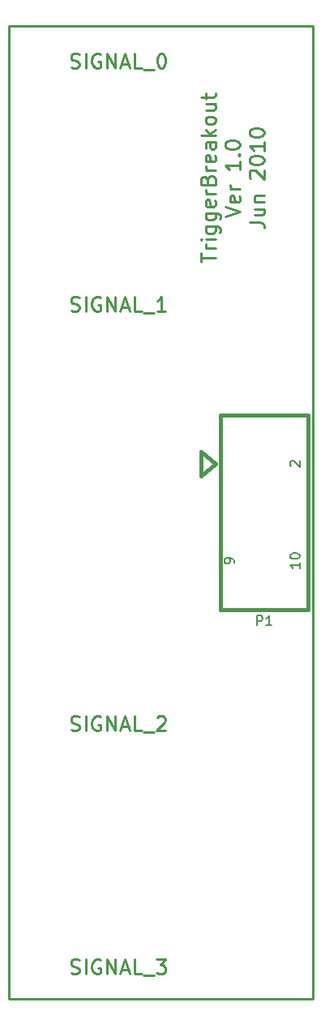
<source format=gto>
G04 (created by PCBNEW-RS274X (20100406 SVN-R2509)-final) date Thu 17 Jun 2010 02:34:41 PM PDT*
G01*
G70*
G90*
%MOIN*%
G04 Gerber Fmt 3.4, Leading zero omitted, Abs format*
%FSLAX34Y34*%
G04 APERTURE LIST*
%ADD10C,0.001000*%
%ADD11C,0.009000*%
%ADD12C,0.010000*%
%ADD13C,0.015000*%
%ADD14C,0.006700*%
G04 APERTURE END LIST*
G54D10*
G54D11*
X62750Y-22000D02*
X50250Y-22000D01*
X62750Y-62000D02*
X62750Y-22000D01*
X50250Y-62000D02*
X62750Y-62000D01*
X50250Y-22000D02*
X50250Y-62000D01*
G54D12*
X60143Y-30078D02*
X60571Y-30078D01*
X60657Y-30106D01*
X60714Y-30163D01*
X60743Y-30249D01*
X60743Y-30306D01*
X60343Y-29535D02*
X60743Y-29535D01*
X60343Y-29792D02*
X60657Y-29792D01*
X60714Y-29764D01*
X60743Y-29706D01*
X60743Y-29621D01*
X60714Y-29564D01*
X60686Y-29535D01*
X60343Y-29249D02*
X60743Y-29249D01*
X60400Y-29249D02*
X60371Y-29221D01*
X60343Y-29163D01*
X60343Y-29078D01*
X60371Y-29021D01*
X60429Y-28992D01*
X60743Y-28992D01*
X60200Y-28278D02*
X60171Y-28249D01*
X60143Y-28192D01*
X60143Y-28049D01*
X60171Y-27992D01*
X60200Y-27963D01*
X60257Y-27935D01*
X60314Y-27935D01*
X60400Y-27963D01*
X60743Y-28306D01*
X60743Y-27935D01*
X60143Y-27564D02*
X60143Y-27507D01*
X60171Y-27450D01*
X60200Y-27421D01*
X60257Y-27392D01*
X60371Y-27364D01*
X60514Y-27364D01*
X60629Y-27392D01*
X60686Y-27421D01*
X60714Y-27450D01*
X60743Y-27507D01*
X60743Y-27564D01*
X60714Y-27621D01*
X60686Y-27650D01*
X60629Y-27678D01*
X60514Y-27707D01*
X60371Y-27707D01*
X60257Y-27678D01*
X60200Y-27650D01*
X60171Y-27621D01*
X60143Y-27564D01*
X60743Y-26793D02*
X60743Y-27136D01*
X60743Y-26964D02*
X60143Y-26964D01*
X60229Y-27021D01*
X60286Y-27079D01*
X60314Y-27136D01*
X60143Y-26422D02*
X60143Y-26365D01*
X60171Y-26308D01*
X60200Y-26279D01*
X60257Y-26250D01*
X60371Y-26222D01*
X60514Y-26222D01*
X60629Y-26250D01*
X60686Y-26279D01*
X60714Y-26308D01*
X60743Y-26365D01*
X60743Y-26422D01*
X60714Y-26479D01*
X60686Y-26508D01*
X60629Y-26536D01*
X60514Y-26565D01*
X60371Y-26565D01*
X60257Y-26536D01*
X60200Y-26508D01*
X60171Y-26479D01*
X60143Y-26422D01*
X59143Y-29835D02*
X59743Y-29635D01*
X59143Y-29435D01*
X59714Y-29007D02*
X59743Y-29064D01*
X59743Y-29178D01*
X59714Y-29235D01*
X59657Y-29264D01*
X59429Y-29264D01*
X59371Y-29235D01*
X59343Y-29178D01*
X59343Y-29064D01*
X59371Y-29007D01*
X59429Y-28978D01*
X59486Y-28978D01*
X59543Y-29264D01*
X59743Y-28721D02*
X59343Y-28721D01*
X59457Y-28721D02*
X59400Y-28693D01*
X59371Y-28664D01*
X59343Y-28607D01*
X59343Y-28550D01*
X59743Y-27579D02*
X59743Y-27922D01*
X59743Y-27750D02*
X59143Y-27750D01*
X59229Y-27807D01*
X59286Y-27865D01*
X59314Y-27922D01*
X59686Y-27322D02*
X59714Y-27294D01*
X59743Y-27322D01*
X59714Y-27351D01*
X59686Y-27322D01*
X59743Y-27322D01*
X59143Y-26922D02*
X59143Y-26865D01*
X59171Y-26808D01*
X59200Y-26779D01*
X59257Y-26750D01*
X59371Y-26722D01*
X59514Y-26722D01*
X59629Y-26750D01*
X59686Y-26779D01*
X59714Y-26808D01*
X59743Y-26865D01*
X59743Y-26922D01*
X59714Y-26979D01*
X59686Y-27008D01*
X59629Y-27036D01*
X59514Y-27065D01*
X59371Y-27065D01*
X59257Y-27036D01*
X59200Y-27008D01*
X59171Y-26979D01*
X59143Y-26922D01*
X58143Y-31707D02*
X58143Y-31364D01*
X58743Y-31535D02*
X58143Y-31535D01*
X58743Y-31164D02*
X58343Y-31164D01*
X58457Y-31164D02*
X58400Y-31136D01*
X58371Y-31107D01*
X58343Y-31050D01*
X58343Y-30993D01*
X58743Y-30793D02*
X58343Y-30793D01*
X58143Y-30793D02*
X58171Y-30822D01*
X58200Y-30793D01*
X58171Y-30765D01*
X58143Y-30793D01*
X58200Y-30793D01*
X58343Y-30250D02*
X58829Y-30250D01*
X58886Y-30279D01*
X58914Y-30307D01*
X58943Y-30364D01*
X58943Y-30450D01*
X58914Y-30507D01*
X58714Y-30250D02*
X58743Y-30307D01*
X58743Y-30421D01*
X58714Y-30479D01*
X58686Y-30507D01*
X58629Y-30536D01*
X58457Y-30536D01*
X58400Y-30507D01*
X58371Y-30479D01*
X58343Y-30421D01*
X58343Y-30307D01*
X58371Y-30250D01*
X58343Y-29707D02*
X58829Y-29707D01*
X58886Y-29736D01*
X58914Y-29764D01*
X58943Y-29821D01*
X58943Y-29907D01*
X58914Y-29964D01*
X58714Y-29707D02*
X58743Y-29764D01*
X58743Y-29878D01*
X58714Y-29936D01*
X58686Y-29964D01*
X58629Y-29993D01*
X58457Y-29993D01*
X58400Y-29964D01*
X58371Y-29936D01*
X58343Y-29878D01*
X58343Y-29764D01*
X58371Y-29707D01*
X58714Y-29193D02*
X58743Y-29250D01*
X58743Y-29364D01*
X58714Y-29421D01*
X58657Y-29450D01*
X58429Y-29450D01*
X58371Y-29421D01*
X58343Y-29364D01*
X58343Y-29250D01*
X58371Y-29193D01*
X58429Y-29164D01*
X58486Y-29164D01*
X58543Y-29450D01*
X58743Y-28907D02*
X58343Y-28907D01*
X58457Y-28907D02*
X58400Y-28879D01*
X58371Y-28850D01*
X58343Y-28793D01*
X58343Y-28736D01*
X58429Y-28336D02*
X58457Y-28250D01*
X58486Y-28222D01*
X58543Y-28193D01*
X58629Y-28193D01*
X58686Y-28222D01*
X58714Y-28250D01*
X58743Y-28308D01*
X58743Y-28536D01*
X58143Y-28536D01*
X58143Y-28336D01*
X58171Y-28279D01*
X58200Y-28250D01*
X58257Y-28222D01*
X58314Y-28222D01*
X58371Y-28250D01*
X58400Y-28279D01*
X58429Y-28336D01*
X58429Y-28536D01*
X58743Y-27936D02*
X58343Y-27936D01*
X58457Y-27936D02*
X58400Y-27908D01*
X58371Y-27879D01*
X58343Y-27822D01*
X58343Y-27765D01*
X58714Y-27337D02*
X58743Y-27394D01*
X58743Y-27508D01*
X58714Y-27565D01*
X58657Y-27594D01*
X58429Y-27594D01*
X58371Y-27565D01*
X58343Y-27508D01*
X58343Y-27394D01*
X58371Y-27337D01*
X58429Y-27308D01*
X58486Y-27308D01*
X58543Y-27594D01*
X58743Y-26794D02*
X58429Y-26794D01*
X58371Y-26823D01*
X58343Y-26880D01*
X58343Y-26994D01*
X58371Y-27051D01*
X58714Y-26794D02*
X58743Y-26851D01*
X58743Y-26994D01*
X58714Y-27051D01*
X58657Y-27080D01*
X58600Y-27080D01*
X58543Y-27051D01*
X58514Y-26994D01*
X58514Y-26851D01*
X58486Y-26794D01*
X58743Y-26508D02*
X58143Y-26508D01*
X58514Y-26451D02*
X58743Y-26280D01*
X58343Y-26280D02*
X58571Y-26508D01*
X58743Y-25936D02*
X58714Y-25994D01*
X58686Y-26022D01*
X58629Y-26051D01*
X58457Y-26051D01*
X58400Y-26022D01*
X58371Y-25994D01*
X58343Y-25936D01*
X58343Y-25851D01*
X58371Y-25794D01*
X58400Y-25765D01*
X58457Y-25736D01*
X58629Y-25736D01*
X58686Y-25765D01*
X58714Y-25794D01*
X58743Y-25851D01*
X58743Y-25936D01*
X58343Y-25222D02*
X58743Y-25222D01*
X58343Y-25479D02*
X58657Y-25479D01*
X58714Y-25451D01*
X58743Y-25393D01*
X58743Y-25308D01*
X58714Y-25251D01*
X58686Y-25222D01*
X58343Y-25022D02*
X58343Y-24793D01*
X58143Y-24936D02*
X58657Y-24936D01*
X58714Y-24908D01*
X58743Y-24850D01*
X58743Y-24793D01*
X52807Y-60964D02*
X52893Y-60993D01*
X53036Y-60993D01*
X53093Y-60964D01*
X53122Y-60936D01*
X53150Y-60879D01*
X53150Y-60821D01*
X53122Y-60764D01*
X53093Y-60736D01*
X53036Y-60707D01*
X52922Y-60679D01*
X52864Y-60650D01*
X52836Y-60621D01*
X52807Y-60564D01*
X52807Y-60507D01*
X52836Y-60450D01*
X52864Y-60421D01*
X52922Y-60393D01*
X53064Y-60393D01*
X53150Y-60421D01*
X53407Y-60993D02*
X53407Y-60393D01*
X54007Y-60421D02*
X53950Y-60393D01*
X53864Y-60393D01*
X53779Y-60421D01*
X53721Y-60479D01*
X53693Y-60536D01*
X53664Y-60650D01*
X53664Y-60736D01*
X53693Y-60850D01*
X53721Y-60907D01*
X53779Y-60964D01*
X53864Y-60993D01*
X53921Y-60993D01*
X54007Y-60964D01*
X54036Y-60936D01*
X54036Y-60736D01*
X53921Y-60736D01*
X54293Y-60993D02*
X54293Y-60393D01*
X54636Y-60993D01*
X54636Y-60393D01*
X54893Y-60821D02*
X55179Y-60821D01*
X54836Y-60993D02*
X55036Y-60393D01*
X55236Y-60993D01*
X55722Y-60993D02*
X55436Y-60993D01*
X55436Y-60393D01*
X55779Y-61050D02*
X56236Y-61050D01*
X56322Y-60393D02*
X56693Y-60393D01*
X56493Y-60621D01*
X56579Y-60621D01*
X56636Y-60650D01*
X56665Y-60679D01*
X56693Y-60736D01*
X56693Y-60879D01*
X56665Y-60936D01*
X56636Y-60964D01*
X56579Y-60993D01*
X56407Y-60993D01*
X56350Y-60964D01*
X56322Y-60936D01*
X52807Y-50964D02*
X52893Y-50993D01*
X53036Y-50993D01*
X53093Y-50964D01*
X53122Y-50936D01*
X53150Y-50879D01*
X53150Y-50821D01*
X53122Y-50764D01*
X53093Y-50736D01*
X53036Y-50707D01*
X52922Y-50679D01*
X52864Y-50650D01*
X52836Y-50621D01*
X52807Y-50564D01*
X52807Y-50507D01*
X52836Y-50450D01*
X52864Y-50421D01*
X52922Y-50393D01*
X53064Y-50393D01*
X53150Y-50421D01*
X53407Y-50993D02*
X53407Y-50393D01*
X54007Y-50421D02*
X53950Y-50393D01*
X53864Y-50393D01*
X53779Y-50421D01*
X53721Y-50479D01*
X53693Y-50536D01*
X53664Y-50650D01*
X53664Y-50736D01*
X53693Y-50850D01*
X53721Y-50907D01*
X53779Y-50964D01*
X53864Y-50993D01*
X53921Y-50993D01*
X54007Y-50964D01*
X54036Y-50936D01*
X54036Y-50736D01*
X53921Y-50736D01*
X54293Y-50993D02*
X54293Y-50393D01*
X54636Y-50993D01*
X54636Y-50393D01*
X54893Y-50821D02*
X55179Y-50821D01*
X54836Y-50993D02*
X55036Y-50393D01*
X55236Y-50993D01*
X55722Y-50993D02*
X55436Y-50993D01*
X55436Y-50393D01*
X55779Y-51050D02*
X56236Y-51050D01*
X56350Y-50450D02*
X56379Y-50421D01*
X56436Y-50393D01*
X56579Y-50393D01*
X56636Y-50421D01*
X56665Y-50450D01*
X56693Y-50507D01*
X56693Y-50564D01*
X56665Y-50650D01*
X56322Y-50993D01*
X56693Y-50993D01*
X52807Y-33714D02*
X52893Y-33743D01*
X53036Y-33743D01*
X53093Y-33714D01*
X53122Y-33686D01*
X53150Y-33629D01*
X53150Y-33571D01*
X53122Y-33514D01*
X53093Y-33486D01*
X53036Y-33457D01*
X52922Y-33429D01*
X52864Y-33400D01*
X52836Y-33371D01*
X52807Y-33314D01*
X52807Y-33257D01*
X52836Y-33200D01*
X52864Y-33171D01*
X52922Y-33143D01*
X53064Y-33143D01*
X53150Y-33171D01*
X53407Y-33743D02*
X53407Y-33143D01*
X54007Y-33171D02*
X53950Y-33143D01*
X53864Y-33143D01*
X53779Y-33171D01*
X53721Y-33229D01*
X53693Y-33286D01*
X53664Y-33400D01*
X53664Y-33486D01*
X53693Y-33600D01*
X53721Y-33657D01*
X53779Y-33714D01*
X53864Y-33743D01*
X53921Y-33743D01*
X54007Y-33714D01*
X54036Y-33686D01*
X54036Y-33486D01*
X53921Y-33486D01*
X54293Y-33743D02*
X54293Y-33143D01*
X54636Y-33743D01*
X54636Y-33143D01*
X54893Y-33571D02*
X55179Y-33571D01*
X54836Y-33743D02*
X55036Y-33143D01*
X55236Y-33743D01*
X55722Y-33743D02*
X55436Y-33743D01*
X55436Y-33143D01*
X55779Y-33800D02*
X56236Y-33800D01*
X56693Y-33743D02*
X56350Y-33743D01*
X56522Y-33743D02*
X56522Y-33143D01*
X56465Y-33229D01*
X56407Y-33286D01*
X56350Y-33314D01*
X52807Y-23714D02*
X52893Y-23743D01*
X53036Y-23743D01*
X53093Y-23714D01*
X53122Y-23686D01*
X53150Y-23629D01*
X53150Y-23571D01*
X53122Y-23514D01*
X53093Y-23486D01*
X53036Y-23457D01*
X52922Y-23429D01*
X52864Y-23400D01*
X52836Y-23371D01*
X52807Y-23314D01*
X52807Y-23257D01*
X52836Y-23200D01*
X52864Y-23171D01*
X52922Y-23143D01*
X53064Y-23143D01*
X53150Y-23171D01*
X53407Y-23743D02*
X53407Y-23143D01*
X54007Y-23171D02*
X53950Y-23143D01*
X53864Y-23143D01*
X53779Y-23171D01*
X53721Y-23229D01*
X53693Y-23286D01*
X53664Y-23400D01*
X53664Y-23486D01*
X53693Y-23600D01*
X53721Y-23657D01*
X53779Y-23714D01*
X53864Y-23743D01*
X53921Y-23743D01*
X54007Y-23714D01*
X54036Y-23686D01*
X54036Y-23486D01*
X53921Y-23486D01*
X54293Y-23743D02*
X54293Y-23143D01*
X54636Y-23743D01*
X54636Y-23143D01*
X54893Y-23571D02*
X55179Y-23571D01*
X54836Y-23743D02*
X55036Y-23143D01*
X55236Y-23743D01*
X55722Y-23743D02*
X55436Y-23743D01*
X55436Y-23143D01*
X55779Y-23800D02*
X56236Y-23800D01*
X56493Y-23143D02*
X56550Y-23143D01*
X56607Y-23171D01*
X56636Y-23200D01*
X56665Y-23257D01*
X56693Y-23371D01*
X56693Y-23514D01*
X56665Y-23629D01*
X56636Y-23686D01*
X56607Y-23714D01*
X56550Y-23743D01*
X56493Y-23743D01*
X56436Y-23714D01*
X56407Y-23686D01*
X56379Y-23629D01*
X56350Y-23514D01*
X56350Y-23371D01*
X56379Y-23257D01*
X56407Y-23200D01*
X56436Y-23171D01*
X56493Y-23143D01*
G54D13*
X62550Y-38000D02*
X58950Y-38000D01*
X58950Y-38000D02*
X58950Y-46000D01*
X58950Y-46000D02*
X62550Y-46000D01*
X62550Y-46000D02*
X62550Y-38000D01*
X58750Y-40000D02*
X58150Y-39500D01*
X58150Y-39500D02*
X58150Y-40500D01*
X58150Y-40500D02*
X58750Y-40000D01*
G54D14*
X60455Y-46662D02*
X60455Y-46262D01*
X60608Y-46262D01*
X60646Y-46281D01*
X60665Y-46300D01*
X60684Y-46338D01*
X60684Y-46395D01*
X60665Y-46433D01*
X60646Y-46452D01*
X60608Y-46471D01*
X60455Y-46471D01*
X61065Y-46662D02*
X60836Y-46662D01*
X60950Y-46662D02*
X60950Y-46262D01*
X60912Y-46319D01*
X60874Y-46357D01*
X60836Y-46376D01*
X61850Y-40114D02*
X61831Y-40095D01*
X61812Y-40057D01*
X61812Y-39961D01*
X61831Y-39923D01*
X61850Y-39904D01*
X61888Y-39885D01*
X61926Y-39885D01*
X61983Y-39904D01*
X62212Y-40133D01*
X62212Y-39885D01*
X62212Y-44076D02*
X62212Y-44305D01*
X62212Y-44191D02*
X61812Y-44191D01*
X61869Y-44229D01*
X61907Y-44267D01*
X61926Y-44305D01*
X61812Y-43829D02*
X61812Y-43790D01*
X61831Y-43752D01*
X61850Y-43733D01*
X61888Y-43714D01*
X61964Y-43695D01*
X62060Y-43695D01*
X62136Y-43714D01*
X62174Y-43733D01*
X62193Y-43752D01*
X62212Y-43790D01*
X62212Y-43829D01*
X62193Y-43867D01*
X62174Y-43886D01*
X62136Y-43905D01*
X62060Y-43924D01*
X61964Y-43924D01*
X61888Y-43905D01*
X61850Y-43886D01*
X61831Y-43867D01*
X61812Y-43829D01*
X59512Y-44076D02*
X59512Y-44000D01*
X59493Y-43961D01*
X59474Y-43942D01*
X59417Y-43904D01*
X59340Y-43885D01*
X59188Y-43885D01*
X59150Y-43904D01*
X59131Y-43923D01*
X59112Y-43961D01*
X59112Y-44038D01*
X59131Y-44076D01*
X59150Y-44095D01*
X59188Y-44114D01*
X59283Y-44114D01*
X59321Y-44095D01*
X59340Y-44076D01*
X59360Y-44038D01*
X59360Y-43961D01*
X59340Y-43923D01*
X59321Y-43904D01*
X59283Y-43885D01*
M02*

</source>
